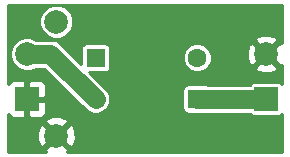
<source format=gbr>
G04 #@! TF.GenerationSoftware,KiCad,Pcbnew,(5.0.1)-3*
G04 #@! TF.CreationDate,2020-05-06T09:10:13+03:00*
G04 #@! TF.ProjectId,VienaTranPastiprinatajs,5669656E615472616E50617374697072,rev?*
G04 #@! TF.SameCoordinates,Original*
G04 #@! TF.FileFunction,Copper,L1,Top,Signal*
G04 #@! TF.FilePolarity,Positive*
%FSLAX46Y46*%
G04 Gerber Fmt 4.6, Leading zero omitted, Abs format (unit mm)*
G04 Created by KiCad (PCBNEW (5.0.1)-3) date 06-May-20 9:10:13 AM*
%MOMM*%
%LPD*%
G01*
G04 APERTURE LIST*
G04 #@! TA.AperFunction,ComponentPad*
%ADD10R,1.998980X1.998980*%
G04 #@! TD*
G04 #@! TA.AperFunction,ComponentPad*
%ADD11C,1.998980*%
G04 #@! TD*
G04 #@! TA.AperFunction,ComponentPad*
%ADD12C,1.600000*%
G04 #@! TD*
G04 #@! TA.AperFunction,ComponentPad*
%ADD13R,1.600000X1.600000*%
G04 #@! TD*
G04 #@! TA.AperFunction,ComponentPad*
%ADD14C,2.000000*%
G04 #@! TD*
G04 #@! TA.AperFunction,Conductor*
%ADD15C,1.600000*%
G04 #@! TD*
G04 #@! TA.AperFunction,Conductor*
%ADD16C,0.254000*%
G04 #@! TD*
G04 APERTURE END LIST*
D10*
G04 #@! TO.P,out,1*
G04 #@! TO.N,Net-(8_Ohm1-Pad1)*
X105650000Y-51610000D03*
D11*
G04 #@! TO.P,out,2*
G04 #@! TO.N,GNDREF*
X105650000Y-47800000D03*
G04 #@! TD*
D12*
G04 #@! TO.P,C1,2*
G04 #@! TO.N,Net-(C1-Pad2)*
X91210000Y-51620000D03*
D13*
G04 #@! TO.P,C1,1*
G04 #@! TO.N,Net-(C1-Pad1)*
X91210000Y-48120000D03*
G04 #@! TD*
G04 #@! TO.P,C2,1*
G04 #@! TO.N,Net-(8_Ohm1-Pad1)*
X99800000Y-51610000D03*
D12*
G04 #@! TO.P,C2,2*
G04 #@! TO.N,Net-(C2-Pad2)*
X99800000Y-48110000D03*
G04 #@! TD*
D11*
G04 #@! TO.P,in,2*
G04 #@! TO.N,Net-(C1-Pad2)*
X85400000Y-47800000D03*
D10*
G04 #@! TO.P,in,1*
G04 #@! TO.N,GNDREF*
X85400000Y-51610000D03*
G04 #@! TD*
D14*
G04 #@! TO.P,+5V,1*
G04 #@! TO.N,+5V*
X87880000Y-45060000D03*
G04 #@! TD*
G04 #@! TO.P,GND,1*
G04 #@! TO.N,GNDREF*
X87880000Y-54700000D03*
G04 #@! TD*
D15*
G04 #@! TO.N,Net-(8_Ohm1-Pad1)*
X105650000Y-51610000D02*
X99800000Y-51610000D01*
G04 #@! TO.N,Net-(C1-Pad2)*
X87390000Y-47800000D02*
X91210000Y-51620000D01*
X85400000Y-47800000D02*
X87390000Y-47800000D01*
G04 #@! TD*
D16*
G04 #@! TO.N,GNDREF*
G36*
X106973000Y-46890577D02*
X106802163Y-46827443D01*
X105829605Y-47800000D01*
X106802163Y-48772557D01*
X106973000Y-48709423D01*
X106973001Y-50326098D01*
X106957340Y-50302660D01*
X106816097Y-50208285D01*
X106649490Y-50175145D01*
X104650510Y-50175145D01*
X104483903Y-50208285D01*
X104342660Y-50302660D01*
X104288979Y-50383000D01*
X100642054Y-50383000D01*
X100600000Y-50374635D01*
X99000000Y-50374635D01*
X98833393Y-50407775D01*
X98692150Y-50502150D01*
X98597775Y-50643393D01*
X98564635Y-50810000D01*
X98564635Y-51531207D01*
X98548962Y-51610000D01*
X98564635Y-51688793D01*
X98564635Y-52410000D01*
X98597775Y-52576607D01*
X98692150Y-52717850D01*
X98833393Y-52812225D01*
X99000000Y-52845365D01*
X100600000Y-52845365D01*
X100642054Y-52837000D01*
X104288979Y-52837000D01*
X104342660Y-52917340D01*
X104483903Y-53011715D01*
X104650510Y-53044855D01*
X106649490Y-53044855D01*
X106816097Y-53011715D01*
X106957340Y-52917340D01*
X106973001Y-52893902D01*
X106973001Y-56073000D01*
X88771414Y-56073000D01*
X88852927Y-55852532D01*
X87880000Y-54879605D01*
X86907073Y-55852532D01*
X86988586Y-56073000D01*
X83827000Y-56073000D01*
X83827000Y-54435461D01*
X86234092Y-54435461D01*
X86258144Y-55085460D01*
X86460613Y-55574264D01*
X86727468Y-55672927D01*
X87700395Y-54700000D01*
X88059605Y-54700000D01*
X89032532Y-55672927D01*
X89299387Y-55574264D01*
X89525908Y-54964539D01*
X89501856Y-54314540D01*
X89299387Y-53825736D01*
X89032532Y-53727073D01*
X88059605Y-54700000D01*
X87700395Y-54700000D01*
X86727468Y-53727073D01*
X86460613Y-53825736D01*
X86234092Y-54435461D01*
X83827000Y-54435461D01*
X83827000Y-53547468D01*
X86907073Y-53547468D01*
X87880000Y-54520395D01*
X88852927Y-53547468D01*
X88754264Y-53280613D01*
X88144539Y-53054092D01*
X87494540Y-53078144D01*
X87005736Y-53280613D01*
X86907073Y-53547468D01*
X83827000Y-53547468D01*
X83827000Y-52884249D01*
X83862183Y-52969188D01*
X84040811Y-53147817D01*
X84274200Y-53244490D01*
X85114250Y-53244490D01*
X85273000Y-53085740D01*
X85273000Y-51737000D01*
X85527000Y-51737000D01*
X85527000Y-53085740D01*
X85685750Y-53244490D01*
X86525800Y-53244490D01*
X86759189Y-53147817D01*
X86937817Y-52969188D01*
X87034490Y-52735799D01*
X87034490Y-51895750D01*
X86875740Y-51737000D01*
X85527000Y-51737000D01*
X85273000Y-51737000D01*
X85253000Y-51737000D01*
X85253000Y-51483000D01*
X85273000Y-51483000D01*
X85273000Y-50134260D01*
X85527000Y-50134260D01*
X85527000Y-51483000D01*
X86875740Y-51483000D01*
X87034490Y-51324250D01*
X87034490Y-50484201D01*
X86937817Y-50250812D01*
X86759189Y-50072183D01*
X86525800Y-49975510D01*
X85685750Y-49975510D01*
X85527000Y-50134260D01*
X85273000Y-50134260D01*
X85114250Y-49975510D01*
X84274200Y-49975510D01*
X84040811Y-50072183D01*
X83862183Y-50250812D01*
X83827000Y-50335751D01*
X83827000Y-47516253D01*
X83973510Y-47516253D01*
X83973510Y-48083747D01*
X84190680Y-48608042D01*
X84591958Y-49009320D01*
X85116253Y-49226490D01*
X85683747Y-49226490D01*
X86165359Y-49027000D01*
X86881761Y-49027000D01*
X90427831Y-52573071D01*
X90427834Y-52573073D01*
X90514961Y-52660200D01*
X90628799Y-52707354D01*
X90731249Y-52775808D01*
X90852094Y-52799845D01*
X90965935Y-52847000D01*
X91089157Y-52847000D01*
X91210000Y-52871037D01*
X91330843Y-52847000D01*
X91454065Y-52847000D01*
X91567906Y-52799845D01*
X91688751Y-52775808D01*
X91791200Y-52707354D01*
X91905039Y-52660200D01*
X91992168Y-52573071D01*
X92094617Y-52504617D01*
X92163072Y-52402167D01*
X92250200Y-52315039D01*
X92297354Y-52201200D01*
X92365808Y-52098751D01*
X92389845Y-51977906D01*
X92437000Y-51864065D01*
X92437000Y-51740843D01*
X92461037Y-51620000D01*
X92437000Y-51499157D01*
X92437000Y-51375935D01*
X92389845Y-51262094D01*
X92365808Y-51141249D01*
X92297354Y-51038799D01*
X92250200Y-50924961D01*
X92163073Y-50837834D01*
X92163071Y-50837831D01*
X90680605Y-49355365D01*
X92010000Y-49355365D01*
X92176607Y-49322225D01*
X92317850Y-49227850D01*
X92412225Y-49086607D01*
X92445365Y-48920000D01*
X92445365Y-47865935D01*
X98573000Y-47865935D01*
X98573000Y-48354065D01*
X98759800Y-48805039D01*
X99104961Y-49150200D01*
X99555935Y-49337000D01*
X100044065Y-49337000D01*
X100495039Y-49150200D01*
X100693076Y-48952163D01*
X104677443Y-48952163D01*
X104776042Y-49218965D01*
X105385582Y-49445401D01*
X106035377Y-49421341D01*
X106523958Y-49218965D01*
X106622557Y-48952163D01*
X105650000Y-47979605D01*
X104677443Y-48952163D01*
X100693076Y-48952163D01*
X100840200Y-48805039D01*
X101027000Y-48354065D01*
X101027000Y-47865935D01*
X100890163Y-47535582D01*
X104004599Y-47535582D01*
X104028659Y-48185377D01*
X104231035Y-48673958D01*
X104497837Y-48772557D01*
X105470395Y-47800000D01*
X104497837Y-46827443D01*
X104231035Y-46926042D01*
X104004599Y-47535582D01*
X100890163Y-47535582D01*
X100840200Y-47414961D01*
X100495039Y-47069800D01*
X100044065Y-46883000D01*
X99555935Y-46883000D01*
X99104961Y-47069800D01*
X98759800Y-47414961D01*
X98573000Y-47865935D01*
X92445365Y-47865935D01*
X92445365Y-47320000D01*
X92412225Y-47153393D01*
X92317850Y-47012150D01*
X92176607Y-46917775D01*
X92010000Y-46884635D01*
X90410000Y-46884635D01*
X90243393Y-46917775D01*
X90102150Y-47012150D01*
X90007775Y-47153393D01*
X89974635Y-47320000D01*
X89974635Y-48649396D01*
X88343072Y-47017833D01*
X88274617Y-46915383D01*
X87874208Y-46647837D01*
X104677443Y-46647837D01*
X105650000Y-47620395D01*
X106622557Y-46647837D01*
X106523958Y-46381035D01*
X105914418Y-46154599D01*
X105264623Y-46178659D01*
X104776042Y-46381035D01*
X104677443Y-46647837D01*
X87874208Y-46647837D01*
X87868752Y-46644192D01*
X87510847Y-46573000D01*
X87510843Y-46573000D01*
X87390000Y-46548963D01*
X87269157Y-46573000D01*
X86165359Y-46573000D01*
X85683747Y-46373510D01*
X85116253Y-46373510D01*
X84591958Y-46590680D01*
X84190680Y-46991958D01*
X83973510Y-47516253D01*
X83827000Y-47516253D01*
X83827000Y-44776152D01*
X86453000Y-44776152D01*
X86453000Y-45343848D01*
X86670247Y-45868331D01*
X87071669Y-46269753D01*
X87596152Y-46487000D01*
X88163848Y-46487000D01*
X88688331Y-46269753D01*
X89089753Y-45868331D01*
X89307000Y-45343848D01*
X89307000Y-44776152D01*
X89089753Y-44251669D01*
X88688331Y-43850247D01*
X88163848Y-43633000D01*
X87596152Y-43633000D01*
X87071669Y-43850247D01*
X86670247Y-44251669D01*
X86453000Y-44776152D01*
X83827000Y-44776152D01*
X83827000Y-43627000D01*
X106973000Y-43627000D01*
X106973000Y-46890577D01*
X106973000Y-46890577D01*
G37*
X106973000Y-46890577D02*
X106802163Y-46827443D01*
X105829605Y-47800000D01*
X106802163Y-48772557D01*
X106973000Y-48709423D01*
X106973001Y-50326098D01*
X106957340Y-50302660D01*
X106816097Y-50208285D01*
X106649490Y-50175145D01*
X104650510Y-50175145D01*
X104483903Y-50208285D01*
X104342660Y-50302660D01*
X104288979Y-50383000D01*
X100642054Y-50383000D01*
X100600000Y-50374635D01*
X99000000Y-50374635D01*
X98833393Y-50407775D01*
X98692150Y-50502150D01*
X98597775Y-50643393D01*
X98564635Y-50810000D01*
X98564635Y-51531207D01*
X98548962Y-51610000D01*
X98564635Y-51688793D01*
X98564635Y-52410000D01*
X98597775Y-52576607D01*
X98692150Y-52717850D01*
X98833393Y-52812225D01*
X99000000Y-52845365D01*
X100600000Y-52845365D01*
X100642054Y-52837000D01*
X104288979Y-52837000D01*
X104342660Y-52917340D01*
X104483903Y-53011715D01*
X104650510Y-53044855D01*
X106649490Y-53044855D01*
X106816097Y-53011715D01*
X106957340Y-52917340D01*
X106973001Y-52893902D01*
X106973001Y-56073000D01*
X88771414Y-56073000D01*
X88852927Y-55852532D01*
X87880000Y-54879605D01*
X86907073Y-55852532D01*
X86988586Y-56073000D01*
X83827000Y-56073000D01*
X83827000Y-54435461D01*
X86234092Y-54435461D01*
X86258144Y-55085460D01*
X86460613Y-55574264D01*
X86727468Y-55672927D01*
X87700395Y-54700000D01*
X88059605Y-54700000D01*
X89032532Y-55672927D01*
X89299387Y-55574264D01*
X89525908Y-54964539D01*
X89501856Y-54314540D01*
X89299387Y-53825736D01*
X89032532Y-53727073D01*
X88059605Y-54700000D01*
X87700395Y-54700000D01*
X86727468Y-53727073D01*
X86460613Y-53825736D01*
X86234092Y-54435461D01*
X83827000Y-54435461D01*
X83827000Y-53547468D01*
X86907073Y-53547468D01*
X87880000Y-54520395D01*
X88852927Y-53547468D01*
X88754264Y-53280613D01*
X88144539Y-53054092D01*
X87494540Y-53078144D01*
X87005736Y-53280613D01*
X86907073Y-53547468D01*
X83827000Y-53547468D01*
X83827000Y-52884249D01*
X83862183Y-52969188D01*
X84040811Y-53147817D01*
X84274200Y-53244490D01*
X85114250Y-53244490D01*
X85273000Y-53085740D01*
X85273000Y-51737000D01*
X85527000Y-51737000D01*
X85527000Y-53085740D01*
X85685750Y-53244490D01*
X86525800Y-53244490D01*
X86759189Y-53147817D01*
X86937817Y-52969188D01*
X87034490Y-52735799D01*
X87034490Y-51895750D01*
X86875740Y-51737000D01*
X85527000Y-51737000D01*
X85273000Y-51737000D01*
X85253000Y-51737000D01*
X85253000Y-51483000D01*
X85273000Y-51483000D01*
X85273000Y-50134260D01*
X85527000Y-50134260D01*
X85527000Y-51483000D01*
X86875740Y-51483000D01*
X87034490Y-51324250D01*
X87034490Y-50484201D01*
X86937817Y-50250812D01*
X86759189Y-50072183D01*
X86525800Y-49975510D01*
X85685750Y-49975510D01*
X85527000Y-50134260D01*
X85273000Y-50134260D01*
X85114250Y-49975510D01*
X84274200Y-49975510D01*
X84040811Y-50072183D01*
X83862183Y-50250812D01*
X83827000Y-50335751D01*
X83827000Y-47516253D01*
X83973510Y-47516253D01*
X83973510Y-48083747D01*
X84190680Y-48608042D01*
X84591958Y-49009320D01*
X85116253Y-49226490D01*
X85683747Y-49226490D01*
X86165359Y-49027000D01*
X86881761Y-49027000D01*
X90427831Y-52573071D01*
X90427834Y-52573073D01*
X90514961Y-52660200D01*
X90628799Y-52707354D01*
X90731249Y-52775808D01*
X90852094Y-52799845D01*
X90965935Y-52847000D01*
X91089157Y-52847000D01*
X91210000Y-52871037D01*
X91330843Y-52847000D01*
X91454065Y-52847000D01*
X91567906Y-52799845D01*
X91688751Y-52775808D01*
X91791200Y-52707354D01*
X91905039Y-52660200D01*
X91992168Y-52573071D01*
X92094617Y-52504617D01*
X92163072Y-52402167D01*
X92250200Y-52315039D01*
X92297354Y-52201200D01*
X92365808Y-52098751D01*
X92389845Y-51977906D01*
X92437000Y-51864065D01*
X92437000Y-51740843D01*
X92461037Y-51620000D01*
X92437000Y-51499157D01*
X92437000Y-51375935D01*
X92389845Y-51262094D01*
X92365808Y-51141249D01*
X92297354Y-51038799D01*
X92250200Y-50924961D01*
X92163073Y-50837834D01*
X92163071Y-50837831D01*
X90680605Y-49355365D01*
X92010000Y-49355365D01*
X92176607Y-49322225D01*
X92317850Y-49227850D01*
X92412225Y-49086607D01*
X92445365Y-48920000D01*
X92445365Y-47865935D01*
X98573000Y-47865935D01*
X98573000Y-48354065D01*
X98759800Y-48805039D01*
X99104961Y-49150200D01*
X99555935Y-49337000D01*
X100044065Y-49337000D01*
X100495039Y-49150200D01*
X100693076Y-48952163D01*
X104677443Y-48952163D01*
X104776042Y-49218965D01*
X105385582Y-49445401D01*
X106035377Y-49421341D01*
X106523958Y-49218965D01*
X106622557Y-48952163D01*
X105650000Y-47979605D01*
X104677443Y-48952163D01*
X100693076Y-48952163D01*
X100840200Y-48805039D01*
X101027000Y-48354065D01*
X101027000Y-47865935D01*
X100890163Y-47535582D01*
X104004599Y-47535582D01*
X104028659Y-48185377D01*
X104231035Y-48673958D01*
X104497837Y-48772557D01*
X105470395Y-47800000D01*
X104497837Y-46827443D01*
X104231035Y-46926042D01*
X104004599Y-47535582D01*
X100890163Y-47535582D01*
X100840200Y-47414961D01*
X100495039Y-47069800D01*
X100044065Y-46883000D01*
X99555935Y-46883000D01*
X99104961Y-47069800D01*
X98759800Y-47414961D01*
X98573000Y-47865935D01*
X92445365Y-47865935D01*
X92445365Y-47320000D01*
X92412225Y-47153393D01*
X92317850Y-47012150D01*
X92176607Y-46917775D01*
X92010000Y-46884635D01*
X90410000Y-46884635D01*
X90243393Y-46917775D01*
X90102150Y-47012150D01*
X90007775Y-47153393D01*
X89974635Y-47320000D01*
X89974635Y-48649396D01*
X88343072Y-47017833D01*
X88274617Y-46915383D01*
X87874208Y-46647837D01*
X104677443Y-46647837D01*
X105650000Y-47620395D01*
X106622557Y-46647837D01*
X106523958Y-46381035D01*
X105914418Y-46154599D01*
X105264623Y-46178659D01*
X104776042Y-46381035D01*
X104677443Y-46647837D01*
X87874208Y-46647837D01*
X87868752Y-46644192D01*
X87510847Y-46573000D01*
X87510843Y-46573000D01*
X87390000Y-46548963D01*
X87269157Y-46573000D01*
X86165359Y-46573000D01*
X85683747Y-46373510D01*
X85116253Y-46373510D01*
X84591958Y-46590680D01*
X84190680Y-46991958D01*
X83973510Y-47516253D01*
X83827000Y-47516253D01*
X83827000Y-44776152D01*
X86453000Y-44776152D01*
X86453000Y-45343848D01*
X86670247Y-45868331D01*
X87071669Y-46269753D01*
X87596152Y-46487000D01*
X88163848Y-46487000D01*
X88688331Y-46269753D01*
X89089753Y-45868331D01*
X89307000Y-45343848D01*
X89307000Y-44776152D01*
X89089753Y-44251669D01*
X88688331Y-43850247D01*
X88163848Y-43633000D01*
X87596152Y-43633000D01*
X87071669Y-43850247D01*
X86670247Y-44251669D01*
X86453000Y-44776152D01*
X83827000Y-44776152D01*
X83827000Y-43627000D01*
X106973000Y-43627000D01*
X106973000Y-46890577D01*
G04 #@! TD*
M02*

</source>
